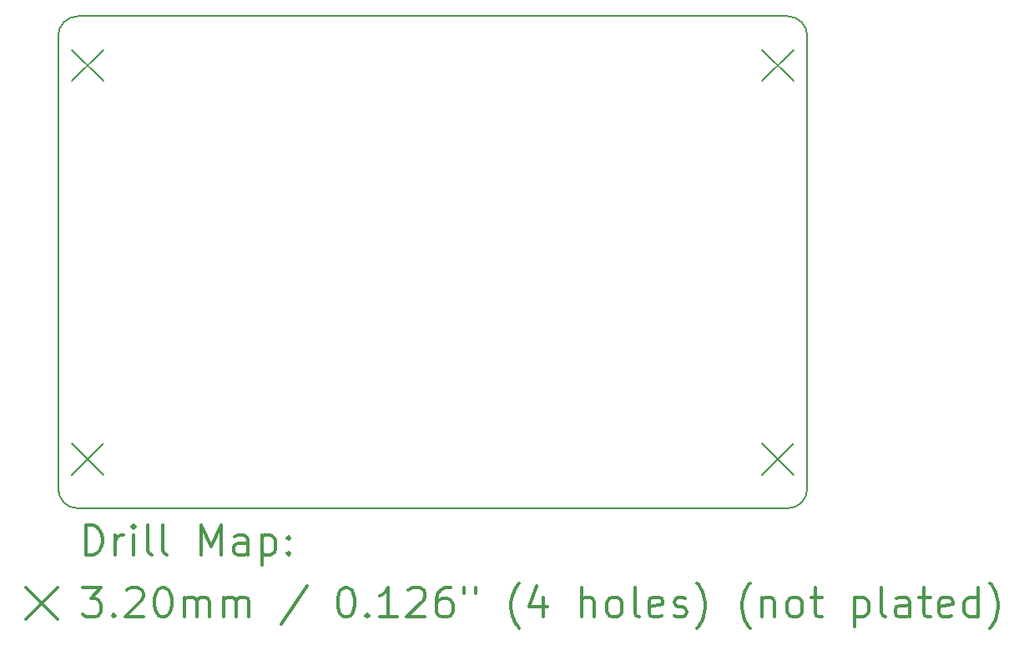
<source format=gbr>
%FSLAX45Y45*%
G04 Gerber Fmt 4.5, Leading zero omitted, Abs format (unit mm)*
G04 Created by KiCad (PCBNEW (5.0.2)-1) date 2019/08/20 1:32:26*
%MOMM*%
%LPD*%
G01*
G04 APERTURE LIST*
%ADD10C,0.150000*%
%ADD11C,0.200000*%
%ADD12C,0.300000*%
G04 APERTURE END LIST*
D10*
X11811000Y-8408000D02*
G75*
G02X12011000Y-8208000I200000J0D01*
G01*
X12011000Y-13208000D02*
G75*
G02X11811000Y-13008000I0J200000D01*
G01*
X19411000Y-13008000D02*
G75*
G02X19211000Y-13208000I-200000J0D01*
G01*
X19211000Y-8208000D02*
G75*
G02X19411000Y-8408000I0J-200000D01*
G01*
X19411000Y-13008000D02*
X19411000Y-8408000D01*
X19211000Y-13208000D02*
X12011000Y-13208000D01*
X12011000Y-8208000D02*
X19211000Y-8208000D01*
X11811000Y-13008000D02*
X11811000Y-8408000D01*
D11*
X18951000Y-12548000D02*
X19271000Y-12868000D01*
X19271000Y-12548000D02*
X18951000Y-12868000D01*
X18951000Y-8548000D02*
X19271000Y-8868000D01*
X19271000Y-8548000D02*
X18951000Y-8868000D01*
X11951000Y-8548000D02*
X12271000Y-8868000D01*
X12271000Y-8548000D02*
X11951000Y-8868000D01*
X11951000Y-12548000D02*
X12271000Y-12868000D01*
X12271000Y-12548000D02*
X11951000Y-12868000D01*
D12*
X12089928Y-13681214D02*
X12089928Y-13381214D01*
X12161357Y-13381214D01*
X12204214Y-13395500D01*
X12232786Y-13424071D01*
X12247071Y-13452643D01*
X12261357Y-13509786D01*
X12261357Y-13552643D01*
X12247071Y-13609786D01*
X12232786Y-13638357D01*
X12204214Y-13666929D01*
X12161357Y-13681214D01*
X12089928Y-13681214D01*
X12389928Y-13681214D02*
X12389928Y-13481214D01*
X12389928Y-13538357D02*
X12404214Y-13509786D01*
X12418500Y-13495500D01*
X12447071Y-13481214D01*
X12475643Y-13481214D01*
X12575643Y-13681214D02*
X12575643Y-13481214D01*
X12575643Y-13381214D02*
X12561357Y-13395500D01*
X12575643Y-13409786D01*
X12589928Y-13395500D01*
X12575643Y-13381214D01*
X12575643Y-13409786D01*
X12761357Y-13681214D02*
X12732786Y-13666929D01*
X12718500Y-13638357D01*
X12718500Y-13381214D01*
X12918500Y-13681214D02*
X12889928Y-13666929D01*
X12875643Y-13638357D01*
X12875643Y-13381214D01*
X13261357Y-13681214D02*
X13261357Y-13381214D01*
X13361357Y-13595500D01*
X13461357Y-13381214D01*
X13461357Y-13681214D01*
X13732786Y-13681214D02*
X13732786Y-13524071D01*
X13718500Y-13495500D01*
X13689928Y-13481214D01*
X13632786Y-13481214D01*
X13604214Y-13495500D01*
X13732786Y-13666929D02*
X13704214Y-13681214D01*
X13632786Y-13681214D01*
X13604214Y-13666929D01*
X13589928Y-13638357D01*
X13589928Y-13609786D01*
X13604214Y-13581214D01*
X13632786Y-13566929D01*
X13704214Y-13566929D01*
X13732786Y-13552643D01*
X13875643Y-13481214D02*
X13875643Y-13781214D01*
X13875643Y-13495500D02*
X13904214Y-13481214D01*
X13961357Y-13481214D01*
X13989928Y-13495500D01*
X14004214Y-13509786D01*
X14018500Y-13538357D01*
X14018500Y-13624071D01*
X14004214Y-13652643D01*
X13989928Y-13666929D01*
X13961357Y-13681214D01*
X13904214Y-13681214D01*
X13875643Y-13666929D01*
X14147071Y-13652643D02*
X14161357Y-13666929D01*
X14147071Y-13681214D01*
X14132786Y-13666929D01*
X14147071Y-13652643D01*
X14147071Y-13681214D01*
X14147071Y-13495500D02*
X14161357Y-13509786D01*
X14147071Y-13524071D01*
X14132786Y-13509786D01*
X14147071Y-13495500D01*
X14147071Y-13524071D01*
X11483500Y-14015500D02*
X11803500Y-14335500D01*
X11803500Y-14015500D02*
X11483500Y-14335500D01*
X12061357Y-14011214D02*
X12247071Y-14011214D01*
X12147071Y-14125500D01*
X12189928Y-14125500D01*
X12218500Y-14139786D01*
X12232786Y-14154071D01*
X12247071Y-14182643D01*
X12247071Y-14254071D01*
X12232786Y-14282643D01*
X12218500Y-14296929D01*
X12189928Y-14311214D01*
X12104214Y-14311214D01*
X12075643Y-14296929D01*
X12061357Y-14282643D01*
X12375643Y-14282643D02*
X12389928Y-14296929D01*
X12375643Y-14311214D01*
X12361357Y-14296929D01*
X12375643Y-14282643D01*
X12375643Y-14311214D01*
X12504214Y-14039786D02*
X12518500Y-14025500D01*
X12547071Y-14011214D01*
X12618500Y-14011214D01*
X12647071Y-14025500D01*
X12661357Y-14039786D01*
X12675643Y-14068357D01*
X12675643Y-14096929D01*
X12661357Y-14139786D01*
X12489928Y-14311214D01*
X12675643Y-14311214D01*
X12861357Y-14011214D02*
X12889928Y-14011214D01*
X12918500Y-14025500D01*
X12932786Y-14039786D01*
X12947071Y-14068357D01*
X12961357Y-14125500D01*
X12961357Y-14196929D01*
X12947071Y-14254071D01*
X12932786Y-14282643D01*
X12918500Y-14296929D01*
X12889928Y-14311214D01*
X12861357Y-14311214D01*
X12832786Y-14296929D01*
X12818500Y-14282643D01*
X12804214Y-14254071D01*
X12789928Y-14196929D01*
X12789928Y-14125500D01*
X12804214Y-14068357D01*
X12818500Y-14039786D01*
X12832786Y-14025500D01*
X12861357Y-14011214D01*
X13089928Y-14311214D02*
X13089928Y-14111214D01*
X13089928Y-14139786D02*
X13104214Y-14125500D01*
X13132786Y-14111214D01*
X13175643Y-14111214D01*
X13204214Y-14125500D01*
X13218500Y-14154071D01*
X13218500Y-14311214D01*
X13218500Y-14154071D02*
X13232786Y-14125500D01*
X13261357Y-14111214D01*
X13304214Y-14111214D01*
X13332786Y-14125500D01*
X13347071Y-14154071D01*
X13347071Y-14311214D01*
X13489928Y-14311214D02*
X13489928Y-14111214D01*
X13489928Y-14139786D02*
X13504214Y-14125500D01*
X13532786Y-14111214D01*
X13575643Y-14111214D01*
X13604214Y-14125500D01*
X13618500Y-14154071D01*
X13618500Y-14311214D01*
X13618500Y-14154071D02*
X13632786Y-14125500D01*
X13661357Y-14111214D01*
X13704214Y-14111214D01*
X13732786Y-14125500D01*
X13747071Y-14154071D01*
X13747071Y-14311214D01*
X14332786Y-13996929D02*
X14075643Y-14382643D01*
X14718500Y-14011214D02*
X14747071Y-14011214D01*
X14775643Y-14025500D01*
X14789928Y-14039786D01*
X14804214Y-14068357D01*
X14818500Y-14125500D01*
X14818500Y-14196929D01*
X14804214Y-14254071D01*
X14789928Y-14282643D01*
X14775643Y-14296929D01*
X14747071Y-14311214D01*
X14718500Y-14311214D01*
X14689928Y-14296929D01*
X14675643Y-14282643D01*
X14661357Y-14254071D01*
X14647071Y-14196929D01*
X14647071Y-14125500D01*
X14661357Y-14068357D01*
X14675643Y-14039786D01*
X14689928Y-14025500D01*
X14718500Y-14011214D01*
X14947071Y-14282643D02*
X14961357Y-14296929D01*
X14947071Y-14311214D01*
X14932786Y-14296929D01*
X14947071Y-14282643D01*
X14947071Y-14311214D01*
X15247071Y-14311214D02*
X15075643Y-14311214D01*
X15161357Y-14311214D02*
X15161357Y-14011214D01*
X15132786Y-14054071D01*
X15104214Y-14082643D01*
X15075643Y-14096929D01*
X15361357Y-14039786D02*
X15375643Y-14025500D01*
X15404214Y-14011214D01*
X15475643Y-14011214D01*
X15504214Y-14025500D01*
X15518500Y-14039786D01*
X15532786Y-14068357D01*
X15532786Y-14096929D01*
X15518500Y-14139786D01*
X15347071Y-14311214D01*
X15532786Y-14311214D01*
X15789928Y-14011214D02*
X15732786Y-14011214D01*
X15704214Y-14025500D01*
X15689928Y-14039786D01*
X15661357Y-14082643D01*
X15647071Y-14139786D01*
X15647071Y-14254071D01*
X15661357Y-14282643D01*
X15675643Y-14296929D01*
X15704214Y-14311214D01*
X15761357Y-14311214D01*
X15789928Y-14296929D01*
X15804214Y-14282643D01*
X15818500Y-14254071D01*
X15818500Y-14182643D01*
X15804214Y-14154071D01*
X15789928Y-14139786D01*
X15761357Y-14125500D01*
X15704214Y-14125500D01*
X15675643Y-14139786D01*
X15661357Y-14154071D01*
X15647071Y-14182643D01*
X15932786Y-14011214D02*
X15932786Y-14068357D01*
X16047071Y-14011214D02*
X16047071Y-14068357D01*
X16489928Y-14425500D02*
X16475643Y-14411214D01*
X16447071Y-14368357D01*
X16432786Y-14339786D01*
X16418500Y-14296929D01*
X16404214Y-14225500D01*
X16404214Y-14168357D01*
X16418500Y-14096929D01*
X16432786Y-14054071D01*
X16447071Y-14025500D01*
X16475643Y-13982643D01*
X16489928Y-13968357D01*
X16732786Y-14111214D02*
X16732786Y-14311214D01*
X16661357Y-13996929D02*
X16589928Y-14211214D01*
X16775643Y-14211214D01*
X17118500Y-14311214D02*
X17118500Y-14011214D01*
X17247071Y-14311214D02*
X17247071Y-14154071D01*
X17232786Y-14125500D01*
X17204214Y-14111214D01*
X17161357Y-14111214D01*
X17132786Y-14125500D01*
X17118500Y-14139786D01*
X17432786Y-14311214D02*
X17404214Y-14296929D01*
X17389928Y-14282643D01*
X17375643Y-14254071D01*
X17375643Y-14168357D01*
X17389928Y-14139786D01*
X17404214Y-14125500D01*
X17432786Y-14111214D01*
X17475643Y-14111214D01*
X17504214Y-14125500D01*
X17518500Y-14139786D01*
X17532786Y-14168357D01*
X17532786Y-14254071D01*
X17518500Y-14282643D01*
X17504214Y-14296929D01*
X17475643Y-14311214D01*
X17432786Y-14311214D01*
X17704214Y-14311214D02*
X17675643Y-14296929D01*
X17661357Y-14268357D01*
X17661357Y-14011214D01*
X17932786Y-14296929D02*
X17904214Y-14311214D01*
X17847071Y-14311214D01*
X17818500Y-14296929D01*
X17804214Y-14268357D01*
X17804214Y-14154071D01*
X17818500Y-14125500D01*
X17847071Y-14111214D01*
X17904214Y-14111214D01*
X17932786Y-14125500D01*
X17947071Y-14154071D01*
X17947071Y-14182643D01*
X17804214Y-14211214D01*
X18061357Y-14296929D02*
X18089928Y-14311214D01*
X18147071Y-14311214D01*
X18175643Y-14296929D01*
X18189928Y-14268357D01*
X18189928Y-14254071D01*
X18175643Y-14225500D01*
X18147071Y-14211214D01*
X18104214Y-14211214D01*
X18075643Y-14196929D01*
X18061357Y-14168357D01*
X18061357Y-14154071D01*
X18075643Y-14125500D01*
X18104214Y-14111214D01*
X18147071Y-14111214D01*
X18175643Y-14125500D01*
X18289928Y-14425500D02*
X18304214Y-14411214D01*
X18332786Y-14368357D01*
X18347071Y-14339786D01*
X18361357Y-14296929D01*
X18375643Y-14225500D01*
X18375643Y-14168357D01*
X18361357Y-14096929D01*
X18347071Y-14054071D01*
X18332786Y-14025500D01*
X18304214Y-13982643D01*
X18289928Y-13968357D01*
X18832786Y-14425500D02*
X18818500Y-14411214D01*
X18789928Y-14368357D01*
X18775643Y-14339786D01*
X18761357Y-14296929D01*
X18747071Y-14225500D01*
X18747071Y-14168357D01*
X18761357Y-14096929D01*
X18775643Y-14054071D01*
X18789928Y-14025500D01*
X18818500Y-13982643D01*
X18832786Y-13968357D01*
X18947071Y-14111214D02*
X18947071Y-14311214D01*
X18947071Y-14139786D02*
X18961357Y-14125500D01*
X18989928Y-14111214D01*
X19032786Y-14111214D01*
X19061357Y-14125500D01*
X19075643Y-14154071D01*
X19075643Y-14311214D01*
X19261357Y-14311214D02*
X19232786Y-14296929D01*
X19218500Y-14282643D01*
X19204214Y-14254071D01*
X19204214Y-14168357D01*
X19218500Y-14139786D01*
X19232786Y-14125500D01*
X19261357Y-14111214D01*
X19304214Y-14111214D01*
X19332786Y-14125500D01*
X19347071Y-14139786D01*
X19361357Y-14168357D01*
X19361357Y-14254071D01*
X19347071Y-14282643D01*
X19332786Y-14296929D01*
X19304214Y-14311214D01*
X19261357Y-14311214D01*
X19447071Y-14111214D02*
X19561357Y-14111214D01*
X19489928Y-14011214D02*
X19489928Y-14268357D01*
X19504214Y-14296929D01*
X19532786Y-14311214D01*
X19561357Y-14311214D01*
X19889928Y-14111214D02*
X19889928Y-14411214D01*
X19889928Y-14125500D02*
X19918500Y-14111214D01*
X19975643Y-14111214D01*
X20004214Y-14125500D01*
X20018500Y-14139786D01*
X20032786Y-14168357D01*
X20032786Y-14254071D01*
X20018500Y-14282643D01*
X20004214Y-14296929D01*
X19975643Y-14311214D01*
X19918500Y-14311214D01*
X19889928Y-14296929D01*
X20204214Y-14311214D02*
X20175643Y-14296929D01*
X20161357Y-14268357D01*
X20161357Y-14011214D01*
X20447071Y-14311214D02*
X20447071Y-14154071D01*
X20432786Y-14125500D01*
X20404214Y-14111214D01*
X20347071Y-14111214D01*
X20318500Y-14125500D01*
X20447071Y-14296929D02*
X20418500Y-14311214D01*
X20347071Y-14311214D01*
X20318500Y-14296929D01*
X20304214Y-14268357D01*
X20304214Y-14239786D01*
X20318500Y-14211214D01*
X20347071Y-14196929D01*
X20418500Y-14196929D01*
X20447071Y-14182643D01*
X20547071Y-14111214D02*
X20661357Y-14111214D01*
X20589928Y-14011214D02*
X20589928Y-14268357D01*
X20604214Y-14296929D01*
X20632786Y-14311214D01*
X20661357Y-14311214D01*
X20875643Y-14296929D02*
X20847071Y-14311214D01*
X20789928Y-14311214D01*
X20761357Y-14296929D01*
X20747071Y-14268357D01*
X20747071Y-14154071D01*
X20761357Y-14125500D01*
X20789928Y-14111214D01*
X20847071Y-14111214D01*
X20875643Y-14125500D01*
X20889928Y-14154071D01*
X20889928Y-14182643D01*
X20747071Y-14211214D01*
X21147071Y-14311214D02*
X21147071Y-14011214D01*
X21147071Y-14296929D02*
X21118500Y-14311214D01*
X21061357Y-14311214D01*
X21032786Y-14296929D01*
X21018500Y-14282643D01*
X21004214Y-14254071D01*
X21004214Y-14168357D01*
X21018500Y-14139786D01*
X21032786Y-14125500D01*
X21061357Y-14111214D01*
X21118500Y-14111214D01*
X21147071Y-14125500D01*
X21261357Y-14425500D02*
X21275643Y-14411214D01*
X21304214Y-14368357D01*
X21318500Y-14339786D01*
X21332786Y-14296929D01*
X21347071Y-14225500D01*
X21347071Y-14168357D01*
X21332786Y-14096929D01*
X21318500Y-14054071D01*
X21304214Y-14025500D01*
X21275643Y-13982643D01*
X21261357Y-13968357D01*
M02*

</source>
